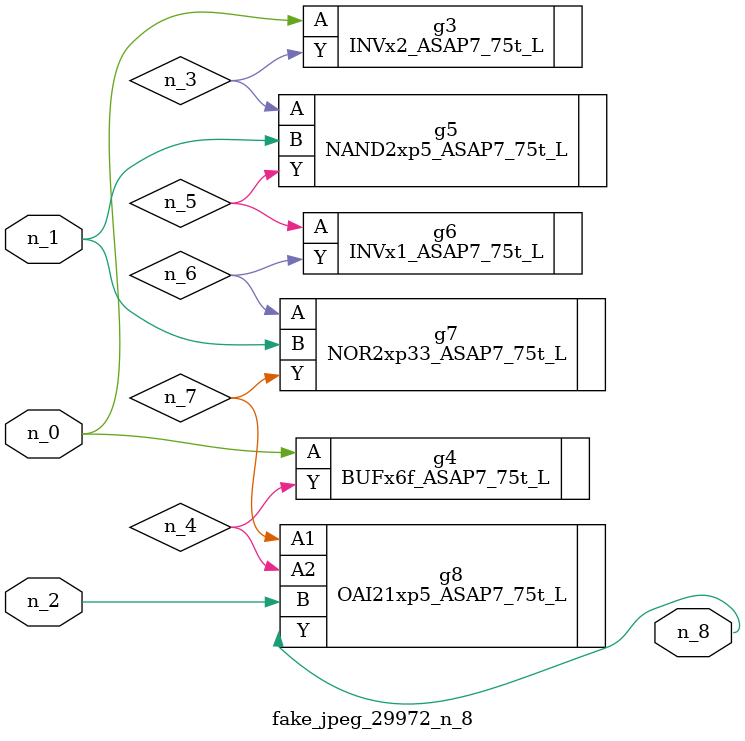
<source format=v>
module fake_jpeg_29972_n_8 (n_0, n_2, n_1, n_8);

input n_0;
input n_2;
input n_1;

output n_8;

wire n_3;
wire n_4;
wire n_6;
wire n_5;
wire n_7;

INVx2_ASAP7_75t_L g3 ( 
.A(n_0),
.Y(n_3)
);

BUFx6f_ASAP7_75t_L g4 ( 
.A(n_0),
.Y(n_4)
);

NAND2xp5_ASAP7_75t_L g5 ( 
.A(n_3),
.B(n_1),
.Y(n_5)
);

INVx1_ASAP7_75t_L g6 ( 
.A(n_5),
.Y(n_6)
);

NOR2xp33_ASAP7_75t_L g7 ( 
.A(n_6),
.B(n_1),
.Y(n_7)
);

OAI21xp5_ASAP7_75t_L g8 ( 
.A1(n_7),
.A2(n_4),
.B(n_2),
.Y(n_8)
);


endmodule
</source>
